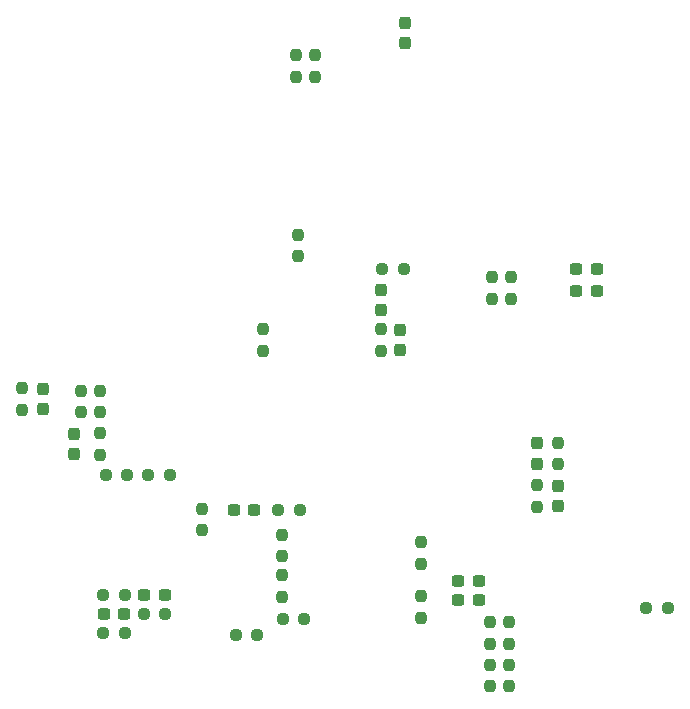
<source format=gtp>
G04 #@! TF.GenerationSoftware,KiCad,Pcbnew,8.0.1*
G04 #@! TF.CreationDate,2024-07-26T15:20:18+05:00*
G04 #@! TF.ProjectId,Life_pedal,4c696665-5f70-4656-9461-6c2e6b696361,rev?*
G04 #@! TF.SameCoordinates,Original*
G04 #@! TF.FileFunction,Paste,Top*
G04 #@! TF.FilePolarity,Positive*
%FSLAX46Y46*%
G04 Gerber Fmt 4.6, Leading zero omitted, Abs format (unit mm)*
G04 Created by KiCad (PCBNEW 8.0.1) date 2024-07-26 15:20:18*
%MOMM*%
%LPD*%
G01*
G04 APERTURE LIST*
G04 Aperture macros list*
%AMRoundRect*
0 Rectangle with rounded corners*
0 $1 Rounding radius*
0 $2 $3 $4 $5 $6 $7 $8 $9 X,Y pos of 4 corners*
0 Add a 4 corners polygon primitive as box body*
4,1,4,$2,$3,$4,$5,$6,$7,$8,$9,$2,$3,0*
0 Add four circle primitives for the rounded corners*
1,1,$1+$1,$2,$3*
1,1,$1+$1,$4,$5*
1,1,$1+$1,$6,$7*
1,1,$1+$1,$8,$9*
0 Add four rect primitives between the rounded corners*
20,1,$1+$1,$2,$3,$4,$5,0*
20,1,$1+$1,$4,$5,$6,$7,0*
20,1,$1+$1,$6,$7,$8,$9,0*
20,1,$1+$1,$8,$9,$2,$3,0*%
G04 Aperture macros list end*
%ADD10RoundRect,0.237500X-0.237500X0.300000X-0.237500X-0.300000X0.237500X-0.300000X0.237500X0.300000X0*%
%ADD11RoundRect,0.237500X-0.237500X0.250000X-0.237500X-0.250000X0.237500X-0.250000X0.237500X0.250000X0*%
%ADD12RoundRect,0.237500X0.237500X-0.250000X0.237500X0.250000X-0.237500X0.250000X-0.237500X-0.250000X0*%
%ADD13RoundRect,0.237500X0.250000X0.237500X-0.250000X0.237500X-0.250000X-0.237500X0.250000X-0.237500X0*%
%ADD14RoundRect,0.237500X0.300000X0.237500X-0.300000X0.237500X-0.300000X-0.237500X0.300000X-0.237500X0*%
%ADD15RoundRect,0.237500X-0.250000X-0.237500X0.250000X-0.237500X0.250000X0.237500X-0.250000X0.237500X0*%
%ADD16RoundRect,0.237500X0.237500X-0.300000X0.237500X0.300000X-0.237500X0.300000X-0.237500X-0.300000X0*%
%ADD17RoundRect,0.237500X-0.300000X-0.237500X0.300000X-0.237500X0.300000X0.237500X-0.300000X0.237500X0*%
G04 APERTURE END LIST*
D10*
X127600000Y-80537499D03*
X127600000Y-82262501D03*
D11*
X148000000Y-48487500D03*
X148000000Y-50312500D03*
X164400000Y-100087500D03*
X164400000Y-101912500D03*
D12*
X166800000Y-86712500D03*
X166800000Y-84887500D03*
D13*
X131912500Y-94200000D03*
X130087500Y-94200000D03*
D11*
X145200000Y-89087500D03*
X145200000Y-90912500D03*
D14*
X142862501Y-87000000D03*
X141137499Y-87000000D03*
D12*
X157000000Y-96112500D03*
X157000000Y-94287500D03*
X129800000Y-82312500D03*
X129800000Y-80487500D03*
D14*
X161862501Y-94600000D03*
X160137499Y-94600000D03*
D10*
X168600000Y-84937499D03*
X168600000Y-86662501D03*
X155600000Y-45737499D03*
X155600000Y-47462501D03*
D12*
X163000000Y-69112500D03*
X163000000Y-67287500D03*
X146400000Y-50312500D03*
X146400000Y-48487500D03*
X129800000Y-78712500D03*
X129800000Y-76887500D03*
D11*
X146600000Y-63687500D03*
X146600000Y-65512500D03*
D10*
X153600000Y-68337499D03*
X153600000Y-70062501D03*
D12*
X168600000Y-83112500D03*
X168600000Y-81287500D03*
D11*
X128200000Y-76887500D03*
X128200000Y-78712500D03*
D15*
X153687500Y-66600000D03*
X155512500Y-66600000D03*
D14*
X135262501Y-94200000D03*
X133537499Y-94200000D03*
D11*
X143600000Y-71687500D03*
X143600000Y-73512500D03*
D15*
X144887500Y-87000000D03*
X146712500Y-87000000D03*
D13*
X143112500Y-97600000D03*
X141287500Y-97600000D03*
D12*
X164400000Y-98312500D03*
X164400000Y-96487500D03*
X153600000Y-73512500D03*
X153600000Y-71687500D03*
D15*
X130087500Y-97400000D03*
X131912500Y-97400000D03*
D13*
X132112500Y-84000000D03*
X130287500Y-84000000D03*
D10*
X125000000Y-76737499D03*
X125000000Y-78462501D03*
X166800000Y-81337499D03*
X166800000Y-83062501D03*
D12*
X164600000Y-69112500D03*
X164600000Y-67287500D03*
X138400000Y-88712500D03*
X138400000Y-86887500D03*
D13*
X135712500Y-84000000D03*
X133887500Y-84000000D03*
X147112500Y-96200000D03*
X145287500Y-96200000D03*
D11*
X162800000Y-96487500D03*
X162800000Y-98312500D03*
D12*
X157000000Y-91512500D03*
X157000000Y-89687500D03*
D11*
X123200000Y-76687500D03*
X123200000Y-78512500D03*
D16*
X155200000Y-73462501D03*
X155200000Y-71737499D03*
D11*
X145200000Y-92487500D03*
X145200000Y-94312500D03*
D17*
X170127498Y-68400002D03*
X171852500Y-68400002D03*
D14*
X161862501Y-93000000D03*
X160137499Y-93000000D03*
X171862501Y-66600000D03*
X170137499Y-66600000D03*
X131862501Y-95800000D03*
X130137499Y-95800000D03*
D13*
X135312500Y-95800000D03*
X133487500Y-95800000D03*
D15*
X176037497Y-95250000D03*
X177862497Y-95250000D03*
D12*
X162800000Y-101912500D03*
X162800000Y-100087500D03*
M02*

</source>
